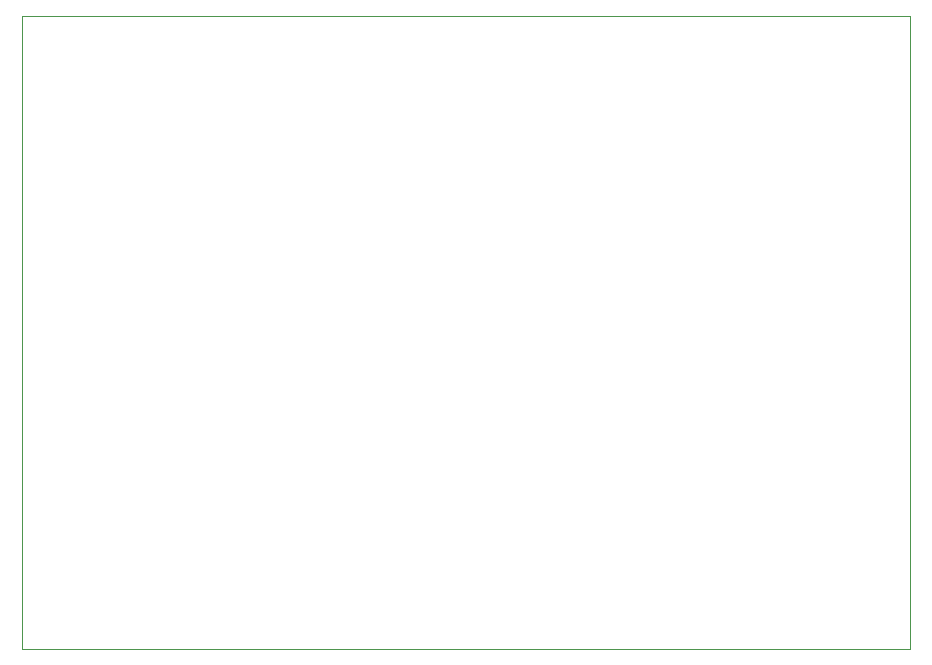
<source format=gm1>
%TF.GenerationSoftware,KiCad,Pcbnew,5.1.12-84ad8e8a86~92~ubuntu20.04.1*%
%TF.CreationDate,2021-12-07T00:39:57-06:00*%
%TF.ProjectId,serial_rewind_d2,73657269-616c-45f7-9265-77696e645f64,rev?*%
%TF.SameCoordinates,Original*%
%TF.FileFunction,Profile,NP*%
%FSLAX46Y46*%
G04 Gerber Fmt 4.6, Leading zero omitted, Abs format (unit mm)*
G04 Created by KiCad (PCBNEW 5.1.12-84ad8e8a86~92~ubuntu20.04.1) date 2021-12-07 00:39:57*
%MOMM*%
%LPD*%
G01*
G04 APERTURE LIST*
%TA.AperFunction,Profile*%
%ADD10C,0.050000*%
%TD*%
G04 APERTURE END LIST*
D10*
X50000000Y-153570000D02*
X50000000Y-100000000D01*
X125100000Y-153570000D02*
X50000000Y-153570000D01*
X125100000Y-100000000D02*
X125100000Y-153570000D01*
X50000000Y-100000000D02*
X125100000Y-100000000D01*
M02*

</source>
